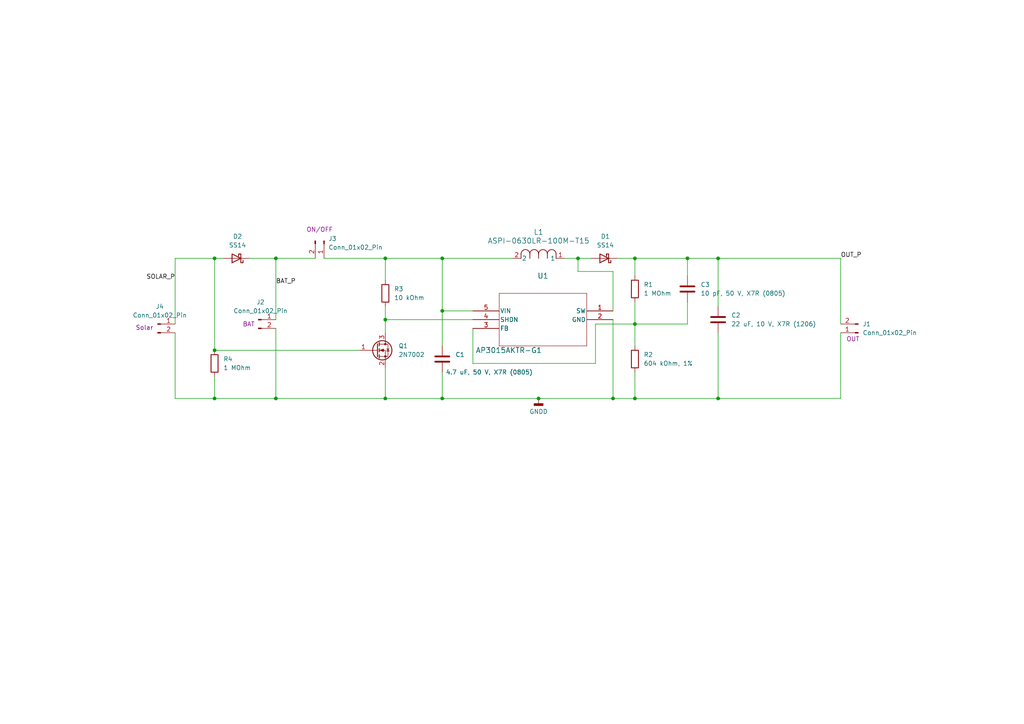
<source format=kicad_sch>
(kicad_sch (version 20250114) (generator "eeschema") (generator_version "9.0")
  (paper "A4")
  (title_block (title "Tiny Solar Power") (date "2025-08-04") (rev "V1"))
  (lib_symbols
    (symbol "AP3015AKTR-G1:AP3015AKTR-G1" (pin_names (offset 0.254))
      (property "Reference" "U" (at 20.32 10.16 0))
      (property "Value" "AP3015AKTR-G1" (at 20.32 7.62 0))
      (symbol "AP3015AKTR-G1_0_1"
        (polyline (pts (xy 7.62 5.08) (xy 7.62 -10.16)) (stroke (width 0.127)))
        (polyline (pts (xy 7.62 -10.16) (xy 33.02 -10.16)) (stroke (width 0.127)))
        (polyline (pts (xy 33.02 5.08) (xy 7.62 5.08)) (stroke (width 0.127)))
        (polyline (pts (xy 33.02 -10.16) (xy 33.02 5.08)) (stroke (width 0.127)))
        (pin unspecified line (at 0 0 0) (length 7.62) (name "SW") (number "1"))
        (pin power_out line (at 0 -2.54 0) (length 7.62) (name "GND") (number "2"))
        (pin unspecified line (at 40.64 0 180) (length 7.62) (name "VIN") (number "5"))
        (pin unspecified line (at 40.64 -2.54 180) (length 7.62) (name "SHDN") (number "4"))
        (pin unspecified line (at 40.64 -5.08 180) (length 7.62) (name "FB") (number "3"))
      )
    )
    (symbol "ASPI-0630LR-100M-T15:ASPI-0630LR-100M-T15" (pin_names (offset 0.254))
      (property "Reference" "L" (at 6.985 5.08 0))
      (property "Value" "ASPI-0630LR-100M-T15" (at 6.985 -2.54 0))
      (symbol "ASPI-0630LR-100M-T15_1_1"
        (polyline (pts (xy 2.54 0) (xy 2.54 1.27)) (stroke (width 0.2032)))
        (arc (start 2.54 1.27) (mid 3.81 2.5344) (end 5.08 1.27) (stroke (width 0.2032)))
        (polyline (pts (xy 5.08 0) (xy 5.08 1.27)) (stroke (width 0.2032)))
        (arc (start 5.08 1.27) (mid 6.35 2.5344) (end 7.62 1.27) (stroke (width 0.2032)))
        (polyline (pts (xy 7.62 0) (xy 7.62 1.27)) (stroke (width 0.2032)))
        (arc (start 7.62 1.27) (mid 8.89 2.5344) (end 10.16 1.27) (stroke (width 0.2032)))
        (polyline (pts (xy 10.16 0) (xy 10.16 1.27)) (stroke (width 0.2032)))
        (arc (start 10.16 1.27) (mid 11.43 2.5344) (end 12.7 1.27) (stroke (width 0.2032)))
        (polyline (pts (xy 12.7 0) (xy 12.7 1.27)) (stroke (width 0.2032)))
        (pin unspecified line (at 0 0 0) (length 2.54) (name "2") (number "2"))
        (pin unspecified line (at 15.24 0 180) (length 2.54) (name "1") (number "1"))
      )
      (symbol "ASPI-0630LR-100M-T15_1_2"
        (arc (start -1.27 10.16) (mid -2.5344 11.43) (end -1.27 12.7) (stroke (width 0.2032)))
        (arc (start -1.27 7.62) (mid -2.5344 8.89) (end -1.27 10.16) (stroke (width 0.2032)))
        (arc (start -1.27 5.08) (mid -2.5344 6.35) (end -1.27 7.62) (stroke (width 0.2032)))
        (arc (start -1.27 2.54) (mid -2.5344 3.81) (end -1.27 5.08) (stroke (width 0.2032)))
        (polyline (pts (xy 0 12.7) (xy -1.27 12.7)) (stroke (width 0.2032)))
        (polyline (pts (xy 0 10.16) (xy -1.27 10.16)) (stroke (width 0.2032)))
        (polyline (pts (xy 0 7.62) (xy -1.27 7.62)) (stroke (width 0.2032)))
        (polyline (pts (xy 0 5.08) (xy -1.27 5.08)) (stroke (width 0.2032)))
        (polyline (pts (xy 0 2.54) (xy -1.27 2.54)) (stroke (width 0.2032)))
        (pin unspecified line (at 0 15.24 270) (length 2.54) (name "1") (number "1"))
        (pin unspecified line (at 0 0 90) (length 2.54) (name "2") (number "2"))
      )
    )
    (symbol "Connector:Conn_01x02_Pin" (pin_names (offset 1.016) (hide yes))
      (property "Reference" "J" (at 0 2.54 0))
      (property "Value" "Conn_01x02_Pin" (at 0 -5.08 0))
      (symbol "Conn_01x02_Pin_1_1"
        (rectangle (start 0.8636 0.127) (end 0 -0.127) (stroke (width 0.1524)) (fill (type outline)))
        (rectangle (start 0.8636 -2.413) (end 0 -2.667) (stroke (width 0.1524)) (fill (type outline)))
        (polyline (pts (xy 1.27 0) (xy 0.8636 0)) (stroke (width 0.1524)))
        (polyline (pts (xy 1.27 -2.54) (xy 0.8636 -2.54)) (stroke (width 0.1524)))
        (pin passive line (at 5.08 0 180) (length 3.81) (name "Pin_1") (number "1"))
        (pin passive line (at 5.08 -2.54 180) (length 3.81) (name "Pin_2") (number "2"))
      )
    )
    (symbol "Device:C" (pin_numbers (hide yes)) (pin_names (offset 0.254))
      (property "Reference" "C" (at 0.635 2.54 0))
      (property "Value" "C" (at 0.635 -2.54 0))
      (symbol "C_0_1"
        (polyline (pts (xy -2.032 0.762) (xy 2.032 0.762)) (stroke (width 0.508)))
        (polyline (pts (xy -2.032 -0.762) (xy 2.032 -0.762)) (stroke (width 0.508)))
      )
      (symbol "C_1_1"
        (pin passive line (at 0 3.81 270) (length 2.794) (name "~") (number "1"))
        (pin passive line (at 0 -3.81 90) (length 2.794) (name "~") (number "2"))
      )
    )
    (symbol "Device:R" (pin_numbers (hide yes)) (pin_names (offset 0))
      (property "Reference" "R" (at 2.032 0 90))
      (property "Value" "R" (at 0 0 90))
      (symbol "R_0_1"
        (rectangle (start -1.016 -2.54) (end 1.016 2.54) (stroke (width 0.254)))
      )
      (symbol "R_1_1"
        (pin passive line (at 0 3.81 270) (length 1.27) (name "~") (number "1"))
        (pin passive line (at 0 -3.81 90) (length 1.27) (name "~") (number "2"))
      )
    )
    (symbol "Diode:SS14" (pin_numbers (hide yes)) (pin_names (offset 1.016) (hide yes))
      (property "Reference" "D" (at 0 2.54 0))
      (property "Value" "SS14" (at 0 -2.54 0))
      (symbol "SS14_0_1"
        (polyline (pts (xy -1.905 0.635) (xy -1.905 1.27) (xy -1.27 1.27) (xy -1.27 -1.27) (xy -0.635 -1.27) (xy -0.635 -0.635)) (stroke (width 0.254)))
        (polyline (pts (xy 1.27 1.27) (xy 1.27 -1.27) (xy -1.27 0) (xy 1.27 1.27)) (stroke (width 0.254)))
        (polyline (pts (xy 1.27 0) (xy -1.27 0)))
      )
      (symbol "SS14_1_1"
        (pin passive line (at -3.81 0 0) (length 2.54) (name "K") (number "1"))
        (pin passive line (at 3.81 0 180) (length 2.54) (name "A") (number "2"))
      )
    )
    (symbol "Transistor_FET:2N7002" (pin_names (offset 0) (hide yes))
      (property "Reference" "Q" (at 5.08 1.905 0))
      (property "Value" "2N7002" (at 5.08 0 0))
      (symbol "2N7002_0_1"
        (polyline (pts (xy 0.254 1.905) (xy 0.254 -1.905)) (stroke (width 0.254)))
        (polyline (pts (xy 0.254 0) (xy -2.54 0)))
        (polyline (pts (xy 0.762 2.286) (xy 0.762 1.27)) (stroke (width 0.254)))
        (polyline (pts (xy 0.762 0.508) (xy 0.762 -0.508)) (stroke (width 0.254)))
        (polyline (pts (xy 0.762 -1.27) (xy 0.762 -2.286)) (stroke (width 0.254)))
        (polyline (pts (xy 0.762 -1.778) (xy 3.302 -1.778) (xy 3.302 1.778) (xy 0.762 1.778)))
        (polyline (pts (xy 1.016 0) (xy 2.032 0.381) (xy 2.032 -0.381) (xy 1.016 0)) (fill (type outline)))
        (circle (center 1.651 0) (radius 2.794) (stroke (width 0.254)))
        (polyline (pts (xy 2.54 2.54) (xy 2.54 1.778)))
        (circle (center 2.54 1.778) (radius 0.254) (fill (type outline)))
        (circle (center 2.54 -1.778) (radius 0.254) (fill (type outline)))
        (polyline (pts (xy 2.54 -2.54) (xy 2.54 0) (xy 0.762 0)))
        (polyline (pts (xy 2.921 0.381) (xy 3.683 0.381)))
        (polyline (pts (xy 3.302 0.381) (xy 2.921 -0.254) (xy 3.683 -0.254) (xy 3.302 0.381)))
      )
      (symbol "2N7002_1_1"
        (pin input line (at -5.08 0 0) (length 2.54) (name "G") (number "1"))
        (pin passive line (at 2.54 5.08 270) (length 2.54) (name "D") (number "3"))
        (pin passive line (at 2.54 -5.08 90) (length 2.54) (name "S") (number "2"))
      )
    )
    (symbol "power:GNDD" (power) (pin_numbers (hide yes)) (pin_names (offset 0) (hide yes))
      (property "Value" "GNDD" (at 0 -3.175 0))
      (symbol "GNDD_0_1"
        (rectangle (start -1.27 -1.524) (end 1.27 -2.032) (stroke (width 0.254)) (fill (type outline)))
        (polyline (pts (xy 0 0) (xy 0 -1.524)))
      )
      (symbol "GNDD_1_1"
        (pin power_in line (at 0 0 270) (length 0) (name "~") (number "1"))
      )
    )
  )
  (junction (at 177.8 115.57))
  (junction (at 111.76 115.57))
  (junction (at 128.27 115.57))
  (junction (at 80.01 74.93))
  (junction (at 208.28 115.57))
  (junction (at 128.27 74.93))
  (junction (at 62.23 74.93))
  (junction (at 184.15 115.57))
  (junction (at 156.21 115.57))
  (junction (at 62.23 115.57))
  (junction (at 80.01 115.57))
  (junction (at 128.27 90.17))
  (junction (at 167.64 74.93))
  (junction (at 184.15 93.98))
  (junction (at 184.15 74.93))
  (junction (at 111.76 92.71))
  (junction (at 111.76 74.93))
  (junction (at 199.39 74.93))
  (junction (at 208.28 74.93))
  (junction (at 62.23 101.6))
  (wire (pts (xy 137.16 105.41) (xy 172.72 105.41)))
  (wire (pts (xy 111.76 115.57) (xy 128.27 115.57)))
  (wire (pts (xy 163.83 74.93) (xy 167.64 74.93)))
  (wire (pts (xy 243.84 93.98) (xy 243.84 74.93)))
  (wire (pts (xy 80.01 74.93) (xy 91.44 74.93)))
  (wire (pts (xy 111.76 92.71) (xy 111.76 96.52)))
  (wire (pts (xy 50.8 93.98) (xy 50.8 74.93)))
  (wire (pts (xy 184.15 74.93) (xy 179.07 74.93)))
  (wire (pts (xy 111.76 74.93) (xy 128.27 74.93)))
  (wire (pts (xy 199.39 93.98) (xy 184.15 93.98)))
  (wire (pts (xy 199.39 74.93) (xy 184.15 74.93)))
  (wire (pts (xy 104.14 101.6) (xy 62.23 101.6)))
  (wire (pts (xy 177.8 115.57) (xy 184.15 115.57)))
  (wire (pts (xy 177.8 92.71) (xy 177.8 115.57)))
  (wire (pts (xy 208.28 74.93) (xy 199.39 74.93)))
  (wire (pts (xy 128.27 74.93) (xy 148.59 74.93)))
  (wire (pts (xy 111.76 88.9) (xy 111.76 92.71)))
  (wire (pts (xy 208.28 88.9) (xy 208.28 74.93)))
  (wire (pts (xy 62.23 74.93) (xy 64.77 74.93)))
  (wire (pts (xy 172.72 93.98) (xy 184.15 93.98)))
  (wire (pts (xy 184.15 74.93) (xy 184.15 80.01)))
  (wire (pts (xy 72.39 74.93) (xy 80.01 74.93)))
  (wire (pts (xy 156.21 115.57) (xy 177.8 115.57)))
  (wire (pts (xy 50.8 96.52) (xy 50.8 115.57)))
  (wire (pts (xy 184.15 107.95) (xy 184.15 115.57)))
  (wire (pts (xy 128.27 115.57) (xy 156.21 115.57)))
  (wire (pts (xy 128.27 90.17) (xy 128.27 74.93)))
  (wire (pts (xy 184.15 87.63) (xy 184.15 93.98)))
  (wire (pts (xy 111.76 74.93) (xy 111.76 81.28)))
  (wire (pts (xy 111.76 106.68) (xy 111.76 115.57)))
  (wire (pts (xy 184.15 93.98) (xy 184.15 100.33)))
  (wire (pts (xy 167.64 74.93) (xy 171.45 74.93)))
  (wire (pts (xy 137.16 95.25) (xy 137.16 105.41)))
  (wire (pts (xy 62.23 115.57) (xy 80.01 115.57)))
  (wire (pts (xy 62.23 109.22) (xy 62.23 115.57)))
  (wire (pts (xy 167.64 74.93) (xy 167.64 78.74)))
  (wire (pts (xy 128.27 107.95) (xy 128.27 115.57)))
  (wire (pts (xy 80.01 74.93) (xy 80.01 92.71)))
  (wire (pts (xy 93.98 74.93) (xy 111.76 74.93)))
  (wire (pts (xy 177.8 78.74) (xy 167.64 78.74)))
  (wire (pts (xy 80.01 115.57) (xy 111.76 115.57)))
  (wire (pts (xy 243.84 96.52) (xy 243.84 115.57)))
  (wire (pts (xy 62.23 74.93) (xy 62.23 101.6)))
  (wire (pts (xy 199.39 80.01) (xy 199.39 74.93)))
  (wire (pts (xy 111.76 92.71) (xy 137.16 92.71)))
  (wire (pts (xy 172.72 105.41) (xy 172.72 93.98)))
  (wire (pts (xy 177.8 90.17) (xy 177.8 78.74)))
  (wire (pts (xy 243.84 115.57) (xy 208.28 115.57)))
  (wire (pts (xy 243.84 74.93) (xy 208.28 74.93)))
  (wire (pts (xy 199.39 87.63) (xy 199.39 93.98)))
  (wire (pts (xy 208.28 96.52) (xy 208.28 115.57)))
  (wire (pts (xy 128.27 90.17) (xy 137.16 90.17)))
  (wire (pts (xy 184.15 115.57) (xy 208.28 115.57)))
  (wire (pts (xy 80.01 95.25) (xy 80.01 115.57)))
  (wire (pts (xy 128.27 100.33) (xy 128.27 90.17)))
  (wire (pts (xy 50.8 115.57) (xy 62.23 115.57)))
  (wire (pts (xy 50.8 74.93) (xy 62.23 74.93)))
  (label "BAT_P" (at 80.01 82.55 0))
  (label "OUT_P" (at 243.84 74.93 0))
  (label "SOLAR_P" (at 50.8 81.28 180))
  (symbol (lib_id "Device:R") (at 184.15 83.82 180) (unit 1)
    (property "Reference" "R1" (at 186.69 82.5499 0) (effects (justify right)))
    (property "Value" "1 MOhm" (at 186.69 85.0899 0) (effects (justify right)))
    (property "Footprint" "Resistor_SMD:R_0805_2012Metric" (effects (hide yes)))
    (property "Description" "Resistor" (effects (hide yes)))
  )
  (symbol (lib_id "Device:R") (at 111.76 85.09 0) (unit 1)
    (property "Reference" "R3" (at 114.3 83.8199 0) (effects (justify left)))
    (property "Value" "10 kOhm" (at 114.3 86.3599 0) (effects (justify left)))
    (property "Footprint" "Resistor_SMD:R_0805_2012Metric" (effects (hide yes)))
    (property "Description" "Resistor" (effects (hide yes)))
  )
  (symbol (lib_id "ASPI-0630LR-100M-T15:ASPI-0630LR-100M-T15") (at 148.59 74.93 0) (unit 1)
    (property "Reference" "L1" (at 156.21 67.31 0) (effects (font (size 1.524 1.524))))
    (property "Value" "ASPI-0630LR-100M-T15" (at 156.21 69.85 0) (effects (font (size 1.524 1.524))))
    (property "Footprint" "ul_ASPI-0630LR-100M-T15:IND_ASPI-0630LR_ABR" (effects (hide yes)))
    (property "Datasheet" "ASPI-0630LR-100M-T15" (effects (hide yes)))
  )
  (symbol (lib_id "Connector:Conn_01x02_Pin") (at 248.92 96.52 180) (unit 1)
    (property "Reference" "J1" (at 250.19 93.9799 0) (effects (justify right)))
    (property "Value" "Conn_01x02_Pin" (at 250.19 96.5199 0) (effects (justify right)))
    (property "Footprint" "Connector_PinHeader_2.54mm:PinHeader_1x02_P2.54mm_Vertical" (effects (hide yes)))
    (property "Description" "Generic connector, single row, 01x02, script generated" (effects (hide yes)))
    (property "SHort discription" "OUT" (at 247.396 98.298 0))
  )
  (symbol (lib_id "Diode:SS14") (at 175.26 74.93 180) (unit 1)
    (property "Reference" "D1" (at 175.5775 68.58 0))
    (property "Value" "SS14" (at 175.5775 71.12 0))
    (property "Footprint" "Diode_SMD:D_SMA" (effects (hide yes)))
    (property "Datasheet" "https://www.vishay.com/docs/88746/ss12.pdf" (effects (hide yes)))
    (property "Description" "40V 1A Schottky Diode, SMA" (effects (hide yes)))
  )
  (symbol (lib_id "power:GNDD") (at 156.21 115.57 0) (unit 1)
    (property "Reference" "#PWR01" (effects (hide yes)))
    (property "Value" "GNDD" (at 156.21 119.38 0))
    (property "Description" "Power symbol creates a global label with name \"GNDD\" , digital ground" (effects (hide yes)))
  )
  (symbol (lib_id "Transistor_FET:2N7002") (at 109.22 101.6 0) (unit 1)
    (property "Reference" "Q1" (at 115.57 100.3299 0) (effects (justify left)))
    (property "Value" "2N7002" (at 115.57 102.8699 0) (effects (justify left)))
    (property "Footprint" "Package_TO_SOT_SMD:SOT-23" (effects (hide yes)))
    (property "Datasheet" "https://www.onsemi.com/pub/Collateral/NDS7002A-D.PDF" (effects (hide yes)))
    (property "Description" "0.115A Id, 60V Vds, N-Channel MOSFET, SOT-23" (effects (hide yes)))
  )
  (symbol (lib_id "Device:C") (at 208.28 92.71 0) (unit 1)
    (property "Reference" "C2" (at 212.09 91.4399 0) (effects (justify left)))
    (property "Value" "22 uF, 10 V, X7R (1206)" (at 212.09 93.9799 0) (effects (justify left)))
    (property "Footprint" "Capacitor_SMD:C_1206_3216Metric" (effects (hide yes)))
    (property "Description" "Unpolarized capacitor" (effects (hide yes)))
  )
  (symbol (lib_id "Diode:SS14") (at 68.58 74.93 180) (unit 1)
    (property "Reference" "D2" (at 68.8975 68.58 0))
    (property "Value" "SS14" (at 68.8975 71.12 0))
    (property "Footprint" "Diode_SMD:D_SMA" (effects (hide yes)))
    (property "Datasheet" "https://www.vishay.com/docs/88746/ss12.pdf" (effects (hide yes)))
    (property "Description" "40V 1A Schottky Diode, SMA" (effects (hide yes)))
  )
  (symbol (lib_id "Connector:Conn_01x02_Pin") (at 45.72 93.98 0) (unit 1)
    (property "Reference" "J4" (at 46.355 88.9 0))
    (property "Value" "Conn_01x02_Pin" (at 46.355 91.44 0))
    (property "Footprint" "Connector_PinHeader_2.54mm:PinHeader_1x02_P2.54mm_Horizontal" (effects (hide yes)))
    (property "Description" "Generic connector, single row, 01x02, script generated" (effects (hide yes)))
    (property "SHort discription" "Solar" (at 41.91 94.996 0))
  )
  (symbol (lib_id "AP3015AKTR-G1:AP3015AKTR-G1") (at 177.8 90.17 0) (mirror y) (unit 1)
    (property "Reference" "U1" (at 157.48 80.01 0) (effects (font (size 1.524 1.524))))
    (property "Value" "AP3015AKTR-G1" (at 147.574 101.6 0) (effects (font (size 1.524 1.524))))
    (property "Footprint" "ul_AP3015AKTR-G1:SOT23-5_1P55X2P9_DIO" (effects (hide yes)))
    (property "Datasheet" "AP3015AKTR-G1" (effects (hide yes)))
  )
  (symbol (lib_id "Device:C") (at 199.39 83.82 0) (unit 1)
    (property "Reference" "C3" (at 203.2 82.5499 0) (effects (justify left)))
    (property "Value" "10 pF, 50 V, X7R (0805)" (at 203.2 85.0899 0) (effects (justify left)))
    (property "Footprint" "Capacitor_SMD:C_0805_2012Metric" (effects (hide yes)))
    (property "Description" "Unpolarized capacitor" (effects (hide yes)))
  )
  (symbol (lib_id "Device:C") (at 128.27 104.14 0) (unit 1)
    (property "Reference" "C1" (at 132.08 102.8699 0) (effects (justify left)))
    (property "Value" "4.7 uF, 50 V, X7R (0805)" (at 129.286 107.95 0) (effects (justify left)))
    (property "Footprint" "Capacitor_SMD:C_0805_2012Metric" (effects (hide yes)))
    (property "Description" "Unpolarized capacitor" (effects (hide yes)))
  )
  (symbol (lib_id "Connector:Conn_01x02_Pin") (at 93.98 69.85 270) (unit 1)
    (property "Reference" "J3" (at 95.25 69.2149 90) (effects (justify left)))
    (property "Value" "Conn_01x02_Pin" (at 95.25 71.7549 90) (effects (justify left)))
    (property "Footprint" "Connector_PinHeader_2.54mm:PinHeader_1x02_P2.54mm_Vertical" (effects (hide yes)))
    (property "Description" "Generic connector, single row, 01x02, script generated" (effects (hide yes)))
    (property "SHort discription" "ON/OFF" (at 92.71 66.548 90))
  )
  (symbol (lib_id "Device:R") (at 184.15 104.14 0) (unit 1)
    (property "Reference" "R2" (at 186.69 102.8699 0) (effects (justify left)))
    (property "Value" "604 kOhm, 1%" (at 186.69 105.4099 0) (effects (justify left)))
    (property "Footprint" "Resistor_SMD:R_0805_2012Metric" (effects (hide yes)))
    (property "Description" "Resistor" (effects (hide yes)))
  )
  (symbol (lib_id "Device:R") (at 62.23 105.41 0) (unit 1)
    (property "Reference" "R4" (at 64.77 104.1399 0) (effects (justify left)))
    (property "Value" "1 MOhm" (at 64.77 106.6799 0) (effects (justify left)))
    (property "Footprint" "Resistor_SMD:R_0805_2012Metric" (effects (hide yes)))
    (property "Description" "Resistor" (effects (hide yes)))
  )
  (symbol (lib_id "Connector:Conn_01x02_Pin") (at 74.93 92.71 0) (unit 1)
    (property "Reference" "J2" (at 75.565 87.63 0))
    (property "Value" "Conn_01x02_Pin" (at 75.565 90.17 0))
    (property "Footprint" "Connector_PinHeader_2.54mm:PinHeader_1x02_P2.54mm_Vertical" (effects (hide yes)))
    (property "Description" "Generic connector, single row, 01x02, script generated" (effects (hide yes)))
    (property "SHort discription" "BAT" (at 72.136 93.98 0))
  )
)
</source>
